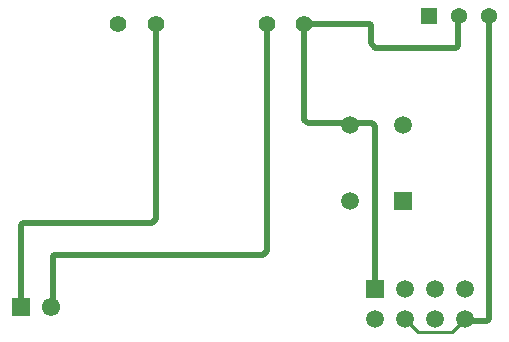
<source format=gbl>
G04*
G04 #@! TF.GenerationSoftware,Altium Limited,Altium Designer,24.3.1 (35)*
G04*
G04 Layer_Physical_Order=2*
G04 Layer_Color=16711680*
%FSLAX44Y44*%
%MOMM*%
G71*
G04*
G04 #@! TF.SameCoordinates,3191A570-1A6B-4277-BA42-F0865F8515EA*
G04*
G04*
G04 #@! TF.FilePolarity,Positive*
G04*
G01*
G75*
%ADD12C,0.2540*%
%ADD18C,1.5500*%
%ADD19R,1.5500X1.5500*%
%ADD21C,0.5080*%
%ADD22C,1.5080*%
%ADD23R,1.5080X1.5080*%
%ADD24C,1.3700*%
%ADD25R,1.3700X1.3700*%
%ADD26C,1.3950*%
%ADD27R,1.5080X1.5080*%
D12*
X400130Y7920D02*
X411480Y19270D01*
X372030Y7920D02*
X400130D01*
X360680Y19270D02*
X372030Y7920D01*
D18*
X60760Y29040D02*
D03*
D19*
X35760D02*
D03*
D21*
X411480Y19270D02*
X412970Y17780D01*
X275540Y269240D02*
X329982D01*
X331470Y252730D02*
Y267752D01*
X329982Y269240D02*
X331470Y267752D01*
Y252730D02*
X335280Y248920D01*
X403642D02*
X405130Y250408D01*
X335280Y248920D02*
X403642D01*
X405130Y250408D02*
Y274320D01*
X406400Y275590D01*
X430312Y17780D02*
X431800Y19268D01*
X412970Y17780D02*
X430312D01*
X431800Y19268D02*
Y275590D01*
X278410Y185040D02*
X332902D01*
X335280Y182662D01*
X62230Y30510D02*
Y72172D01*
X146050Y100330D02*
X146098Y100282D01*
X35760Y29040D02*
Y98842D01*
X62230Y72172D02*
X63718Y73660D01*
X37248Y100330D02*
X146050D01*
X35760Y98842D02*
X37248Y100330D01*
X60760Y29040D02*
X62230Y30510D01*
X240030Y73660D02*
X240248Y73442D01*
X63718Y73660D02*
X240030D01*
X149690Y103874D02*
Y269240D01*
X243840Y77034D02*
Y269240D01*
X146098Y100282D02*
X149690Y103874D01*
X240248Y73442D02*
X243840Y77034D01*
X275540Y187910D02*
X278410Y185040D01*
X335280Y44670D02*
Y182662D01*
X275540Y187910D02*
Y269240D01*
D22*
X411480Y44670D02*
D03*
Y19270D02*
D03*
X386080Y44670D02*
D03*
Y19270D02*
D03*
X360680Y44670D02*
D03*
Y19270D02*
D03*
X335280D02*
D03*
X314050Y183770D02*
D03*
Y118770D02*
D03*
X359050Y183770D02*
D03*
D23*
X335280Y44670D02*
D03*
D24*
X431800Y275590D02*
D03*
X406400D02*
D03*
D25*
X381000D02*
D03*
D26*
X275540Y269240D02*
D03*
X243840D02*
D03*
X149690D02*
D03*
X117990D02*
D03*
D27*
X359050Y118770D02*
D03*
M02*

</source>
